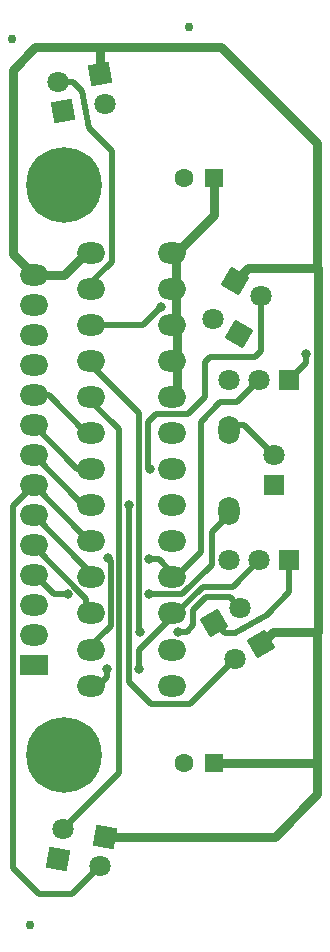
<source format=gbr>
G04 #@! TF.GenerationSoftware,KiCad,Pcbnew,9.0.1*
G04 #@! TF.CreationDate,2025-07-21T13:33:18+02:00*
G04 #@! TF.ProjectId,ukmarsbot-wall-sensor-advanced,756b6d61-7273-4626-9f74-2d77616c6c2d,rev?*
G04 #@! TF.SameCoordinates,Original*
G04 #@! TF.FileFunction,Copper,L1,Top*
G04 #@! TF.FilePolarity,Positive*
%FSLAX46Y46*%
G04 Gerber Fmt 4.6, Leading zero omitted, Abs format (unit mm)*
G04 Created by KiCad (PCBNEW 9.0.1) date 2025-07-21 13:33:18*
%MOMM*%
%LPD*%
G01*
G04 APERTURE LIST*
G04 Aperture macros list*
%AMRotRect*
0 Rectangle, with rotation*
0 The origin of the aperture is its center*
0 $1 length*
0 $2 width*
0 $3 Rotation angle, in degrees counterclockwise*
0 Add horizontal line*
21,1,$1,$2,0,0,$3*%
G04 Aperture macros list end*
G04 #@! TA.AperFunction,SMDPad,CuDef*
%ADD10C,0.750000*%
G04 #@! TD*
G04 #@! TA.AperFunction,ComponentPad*
%ADD11C,6.400000*%
G04 #@! TD*
G04 #@! TA.AperFunction,ComponentPad*
%ADD12RotRect,1.800000X1.800000X150.000000*%
G04 #@! TD*
G04 #@! TA.AperFunction,ComponentPad*
%ADD13C,1.800000*%
G04 #@! TD*
G04 #@! TA.AperFunction,ComponentPad*
%ADD14RotRect,1.800000X1.800000X100.000000*%
G04 #@! TD*
G04 #@! TA.AperFunction,ComponentPad*
%ADD15R,1.800000X1.800000*%
G04 #@! TD*
G04 #@! TA.AperFunction,ComponentPad*
%ADD16O,2.400000X1.800000*%
G04 #@! TD*
G04 #@! TA.AperFunction,ComponentPad*
%ADD17R,1.600000X1.600000*%
G04 #@! TD*
G04 #@! TA.AperFunction,ComponentPad*
%ADD18C,1.600000*%
G04 #@! TD*
G04 #@! TA.AperFunction,ComponentPad*
%ADD19RotRect,1.800000X1.800000X30.000000*%
G04 #@! TD*
G04 #@! TA.AperFunction,ComponentPad*
%ADD20RotRect,1.800000X1.800000X80.000000*%
G04 #@! TD*
G04 #@! TA.AperFunction,ComponentPad*
%ADD21O,1.800000X2.400000*%
G04 #@! TD*
G04 #@! TA.AperFunction,ComponentPad*
%ADD22RotRect,1.800000X1.800000X260.000000*%
G04 #@! TD*
G04 #@! TA.AperFunction,ComponentPad*
%ADD23RotRect,1.800000X1.800000X330.000000*%
G04 #@! TD*
G04 #@! TA.AperFunction,ComponentPad*
%ADD24RotRect,1.800000X1.800000X280.000000*%
G04 #@! TD*
G04 #@! TA.AperFunction,ComponentPad*
%ADD25RotRect,1.800000X1.800000X210.000000*%
G04 #@! TD*
G04 #@! TA.AperFunction,ComponentPad*
%ADD26R,2.400000X1.800000*%
G04 #@! TD*
G04 #@! TA.AperFunction,ViaPad*
%ADD27C,0.800000*%
G04 #@! TD*
G04 #@! TA.AperFunction,Conductor*
%ADD28C,0.500000*%
G04 #@! TD*
G04 #@! TA.AperFunction,Conductor*
%ADD29C,0.800000*%
G04 #@! TD*
%ADD30C,0.350000*%
G04 APERTURE END LIST*
D10*
G04 #@! TO.P,FID3,*
G04 #@! TO.N,*
X155000000Y-67500000D03*
G04 #@! TD*
G04 #@! TO.P,FID2,*
G04 #@! TO.N,*
X140000000Y-68500000D03*
G04 #@! TD*
G04 #@! TO.P,FID1,*
G04 #@! TO.N,*
X141500000Y-143500000D03*
G04 #@! TD*
D11*
G04 #@! TO.P,H2,1,1*
G04 #@! TO.N,GND*
X144370000Y-129130000D03*
G04 #@! TD*
D12*
G04 #@! TO.P,D2,1,K*
G04 #@! TO.N,/DIA_COMMON*
X159200000Y-93500000D03*
D13*
G04 #@! TO.P,D2,2,A*
G04 #@! TO.N,Net-(D2-A)*
X157000295Y-92230000D03*
G04 #@! TD*
D14*
G04 #@! TO.P,D1,1,K*
G04 #@! TO.N,/FWD_COMMON*
X144277127Y-74600000D03*
D13*
G04 #@! TO.P,D1,2,A*
G04 #@! TO.N,Net-(D1-A)*
X143836061Y-72098588D03*
G04 #@! TD*
D15*
G04 #@! TO.P,D5,1,K*
G04 #@! TO.N,GND*
X162150000Y-106275000D03*
D13*
G04 #@! TO.P,D5,2,A*
G04 #@! TO.N,Net-(D5-A)*
X162150000Y-103735000D03*
G04 #@! TD*
D16*
G04 #@! TO.P,R2,1*
G04 #@! TO.N,Net-(D2-A)*
X146675000Y-92681000D03*
G04 #@! TO.P,R2,2*
G04 #@! TO.N,V_LED*
X153495000Y-92681000D03*
G04 #@! TD*
D15*
G04 #@! TO.P,Q6,1,C*
G04 #@! TO.N,/DIA_COMMON*
X163420000Y-112620000D03*
D13*
G04 #@! TO.P,Q6,2,B*
G04 #@! TO.N,Net-(Q6-B)*
X160880000Y-112620000D03*
G04 #@! TO.P,Q6,3,E*
G04 #@! TO.N,GND*
X158340000Y-112620000D03*
G04 #@! TD*
D17*
G04 #@! TO.P,C1,1*
G04 #@! TO.N,V_LED*
X157070000Y-80235000D03*
D18*
G04 #@! TO.P,C1,2*
G04 #@! TO.N,GND*
X154570000Y-80235000D03*
G04 #@! TD*
D19*
G04 #@! TO.P,D3,1,K*
G04 #@! TO.N,/DIA_COMMON*
X157100000Y-117900000D03*
D13*
G04 #@! TO.P,D3,2,A*
G04 #@! TO.N,Net-(D3-A)*
X159299705Y-116630000D03*
G04 #@! TD*
D16*
G04 #@! TO.P,R1,1*
G04 #@! TO.N,Net-(D1-A)*
X146675000Y-89633000D03*
G04 #@! TO.P,R1,2*
G04 #@! TO.N,V_LED*
X153495000Y-89633000D03*
G04 #@! TD*
D20*
G04 #@! TO.P,D4,1,K*
G04 #@! TO.N,/FWD_COMMON*
X143834325Y-137900000D03*
D13*
G04 #@! TO.P,D4,2,A*
G04 #@! TO.N,Net-(D4-A)*
X144275391Y-135398588D03*
G04 #@! TD*
D16*
G04 #@! TO.P,R3,1*
G04 #@! TO.N,Net-(D3-A)*
X146685000Y-95729000D03*
G04 #@! TO.P,R3,2*
G04 #@! TO.N,V_LED*
X153505000Y-95729000D03*
G04 #@! TD*
G04 #@! TO.P,R7,1*
G04 #@! TO.N,A1_RD*
X146675000Y-107921000D03*
G04 #@! TO.P,R7,2*
G04 #@! TO.N,GND*
X153495000Y-107921000D03*
G04 #@! TD*
G04 #@! TO.P,R5,1*
G04 #@! TO.N,A3_LF*
X146675000Y-101825000D03*
G04 #@! TO.P,R5,2*
G04 #@! TO.N,GND*
X153495000Y-101825000D03*
G04 #@! TD*
G04 #@! TO.P,R8,1*
G04 #@! TO.N,A0_RF*
X146675000Y-110969000D03*
G04 #@! TO.P,R8,2*
G04 #@! TO.N,GND*
X153495000Y-110969000D03*
G04 #@! TD*
G04 #@! TO.P,R10,1*
G04 #@! TO.N,Net-(Q6-B)*
X146675000Y-123288000D03*
G04 #@! TO.P,R10,2*
G04 #@! TO.N,GND*
X153495000Y-123288000D03*
G04 #@! TD*
G04 #@! TO.P,R6,1*
G04 #@! TO.N,A2_LD*
X146675000Y-104873000D03*
G04 #@! TO.P,R6,2*
G04 #@! TO.N,GND*
X153495000Y-104873000D03*
G04 #@! TD*
D15*
G04 #@! TO.P,Q5,1,C*
G04 #@! TO.N,/FWD_COMMON*
X163420000Y-97380000D03*
D13*
G04 #@! TO.P,Q5,2,B*
G04 #@! TO.N,Net-(Q5-B)*
X160880000Y-97380000D03*
G04 #@! TO.P,Q5,3,E*
G04 #@! TO.N,GND*
X158340000Y-97380000D03*
G04 #@! TD*
D11*
G04 #@! TO.P,H1,1,1*
G04 #@! TO.N,GND*
X144370000Y-80870000D03*
G04 #@! TD*
D16*
G04 #@! TO.P,R11,1*
G04 #@! TO.N,V_LED*
X153485000Y-86585000D03*
G04 #@! TO.P,R11,2*
G04 #@! TO.N,5V*
X146665000Y-86585000D03*
G04 #@! TD*
G04 #@! TO.P,R4,1*
G04 #@! TO.N,Net-(D4-A)*
X146675000Y-98777000D03*
G04 #@! TO.P,R4,2*
G04 #@! TO.N,V_LED*
X153495000Y-98777000D03*
G04 #@! TD*
D21*
G04 #@! TO.P,R12,1*
G04 #@! TO.N,Net-(D5-A)*
X158340000Y-101600000D03*
G04 #@! TO.P,R12,2*
G04 #@! TO.N,D6_LED*
X158340000Y-108420000D03*
G04 #@! TD*
D16*
G04 #@! TO.P,R9,1*
G04 #@! TO.N,Net-(Q5-B)*
X146675000Y-120240000D03*
G04 #@! TO.P,R9,2*
G04 #@! TO.N,GND*
X153495000Y-120240000D03*
G04 #@! TD*
G04 #@! TO.P,R13,1*
G04 #@! TO.N,D11_FRONT*
X146675000Y-114017000D03*
G04 #@! TO.P,R13,2*
G04 #@! TO.N,Net-(Q5-B)*
X153495000Y-114017000D03*
G04 #@! TD*
G04 #@! TO.P,R14,1*
G04 #@! TO.N,D12_DIAGONAL*
X146675000Y-117065000D03*
G04 #@! TO.P,R14,2*
G04 #@! TO.N,Net-(Q6-B)*
X153495000Y-117065000D03*
G04 #@! TD*
D17*
G04 #@! TO.P,C2,1*
G04 #@! TO.N,5V*
X157070000Y-129765000D03*
D18*
G04 #@! TO.P,C2,2*
G04 #@! TO.N,GND*
X154570000Y-129765000D03*
G04 #@! TD*
D22*
G04 #@! TO.P,Q4,1,C*
G04 #@! TO.N,5V*
X147825391Y-136026588D03*
D13*
G04 #@! TO.P,Q4,2,E*
G04 #@! TO.N,A0_RF*
X147384325Y-138528000D03*
G04 #@! TD*
D23*
G04 #@! TO.P,Q2,1,C*
G04 #@! TO.N,5V*
X158848000Y-88998000D03*
D13*
G04 #@! TO.P,Q2,2,E*
G04 #@! TO.N,A2_LD*
X161047705Y-90268000D03*
G04 #@! TD*
D24*
G04 #@! TO.P,Q1,1,C*
G04 #@! TO.N,5V*
X147427127Y-71472000D03*
D13*
G04 #@! TO.P,Q1,2,E*
G04 #@! TO.N,A3_LF*
X147868193Y-73973412D03*
G04 #@! TD*
D25*
G04 #@! TO.P,Q3,1,C*
G04 #@! TO.N,5V*
X161047705Y-119732000D03*
D13*
G04 #@! TO.P,Q3,2,E*
G04 #@! TO.N,A1_RD*
X158848000Y-121002000D03*
G04 #@! TD*
D26*
G04 #@! TO.P,J1,1,Pin_1*
G04 #@! TO.N,unconnected-(J1-Pin_1-Pad1)*
X141830000Y-121510000D03*
D16*
G04 #@! TO.P,J1,2,Pin_2*
G04 #@! TO.N,unconnected-(J1-Pin_2-Pad2)*
X141830000Y-118970000D03*
G04 #@! TO.P,J1,3,Pin_3*
G04 #@! TO.N,GND*
X141830000Y-116430000D03*
G04 #@! TO.P,J1,4,Pin_4*
G04 #@! TO.N,D6_LED*
X141830000Y-113890000D03*
G04 #@! TO.P,J1,5,Pin_5*
G04 #@! TO.N,D12_DIAGONAL*
X141830000Y-111350000D03*
G04 #@! TO.P,J1,6,Pin_6*
G04 #@! TO.N,D11_FRONT*
X141830000Y-108810000D03*
G04 #@! TO.P,J1,7,Pin_7*
G04 #@! TO.N,A0_RF*
X141830000Y-106270000D03*
G04 #@! TO.P,J1,8,Pin_8*
G04 #@! TO.N,A1_RD*
X141830000Y-103730000D03*
G04 #@! TO.P,J1,9,Pin_9*
G04 #@! TO.N,A2_LD*
X141830000Y-101190000D03*
G04 #@! TO.P,J1,10,Pin_10*
G04 #@! TO.N,A3_LF*
X141830000Y-98650000D03*
G04 #@! TO.P,J1,11,Pin_11*
G04 #@! TO.N,unconnected-(J1-Pin_11-Pad11)*
X141830000Y-96110000D03*
G04 #@! TO.P,J1,12,Pin_12*
G04 #@! TO.N,unconnected-(J1-Pin_12-Pad12)*
X141830000Y-93570000D03*
G04 #@! TO.P,J1,13,Pin_13*
G04 #@! TO.N,GND*
X141830000Y-91030000D03*
G04 #@! TO.P,J1,14,Pin_14*
G04 #@! TO.N,5V*
X141830000Y-88490000D03*
G04 #@! TD*
D27*
G04 #@! TO.N,/FWD_COMMON*
X164886262Y-95184886D03*
G04 #@! TO.N,Net-(D2-A)*
X152625000Y-91157000D03*
G04 #@! TO.N,Net-(D3-A)*
X150800000Y-118700000D03*
X154000000Y-118700000D03*
G04 #@! TO.N,A2_LD*
X151649500Y-104873000D03*
G04 #@! TO.N,A1_RD*
X149900000Y-107950000D03*
G04 #@! TO.N,D6_LED*
X144700000Y-115500000D03*
X151600000Y-115500000D03*
G04 #@! TO.N,Net-(Q5-B)*
X151600000Y-112500000D03*
X148100000Y-112450000D03*
G04 #@! TO.N,Net-(Q6-B)*
X150750000Y-121819010D03*
X148050500Y-121802626D03*
G04 #@! TD*
D28*
G04 #@! TO.N,/FWD_COMMON*
X164886262Y-95913738D02*
X163420000Y-97380000D01*
X164886262Y-95184886D02*
X164886262Y-95913738D01*
G04 #@! TO.N,Net-(D1-A)*
X148434000Y-87347000D02*
X146275000Y-89506000D01*
X146529000Y-76044000D02*
X148434000Y-77949000D01*
X145894000Y-72869000D02*
X146529000Y-76044000D01*
X148434000Y-77949000D02*
X148434000Y-87347000D01*
X143836061Y-72098588D02*
X145123588Y-72098588D01*
X145123588Y-72098588D02*
X145894000Y-72869000D01*
G04 #@! TO.N,Net-(D2-A)*
X146275000Y-92681000D02*
X151101000Y-92681000D01*
X151101000Y-92681000D02*
X152625000Y-91157000D01*
G04 #@! TO.N,Net-(D3-A)*
X154000000Y-118700000D02*
X154775000Y-118700000D01*
X155325000Y-116800000D02*
X156395000Y-115730000D01*
X156395000Y-115730000D02*
X158399705Y-115730000D01*
X155325000Y-118150000D02*
X155325000Y-116800000D01*
X150750000Y-118650000D02*
X150750000Y-100194000D01*
X150750000Y-100194000D02*
X146285000Y-95729000D01*
X154775000Y-118700000D02*
X155325000Y-118150000D01*
X158399705Y-115730000D02*
X159299705Y-116630000D01*
X150800000Y-118700000D02*
X150750000Y-118650000D01*
G04 #@! TO.N,Net-(D4-A)*
X149025000Y-130648979D02*
X144275391Y-135398588D01*
X149025000Y-101527000D02*
X149025000Y-130648979D01*
X146275000Y-98777000D02*
X149025000Y-101527000D01*
G04 #@! TO.N,Net-(D5-A)*
X158340000Y-101200000D02*
X159615000Y-101200000D01*
X159615000Y-101200000D02*
X162150000Y-103735000D01*
D29*
G04 #@! TO.N,V_LED*
X153905000Y-95729000D02*
X153905000Y-98767000D01*
X153895000Y-89760000D02*
X153895000Y-92798000D01*
X157070000Y-80235000D02*
X157070000Y-83400000D01*
X157070000Y-83400000D02*
X153885000Y-86585000D01*
X153895000Y-86585000D02*
X153895000Y-89760000D01*
X153905000Y-92808000D02*
X153905000Y-95846000D01*
D28*
G04 #@! TO.N,A3_LF*
X143100000Y-98650000D02*
X146275000Y-101825000D01*
X141830000Y-98650000D02*
X143100000Y-98650000D01*
G04 #@! TO.N,A2_LD*
X141830000Y-101190000D02*
X145513000Y-104873000D01*
X151499501Y-100918499D02*
X151499501Y-104723001D01*
X156764000Y-95400000D02*
X156307000Y-95857000D01*
X161047705Y-94902295D02*
X160550000Y-95400000D01*
X151499501Y-104723001D02*
X151649500Y-104873000D01*
X161047705Y-90268000D02*
X161047705Y-94902295D01*
X152159000Y-100259000D02*
X151499501Y-100918499D01*
X156307000Y-98793000D02*
X154841000Y-100259000D01*
X160550000Y-95400000D02*
X156764000Y-95400000D01*
X145513000Y-104873000D02*
X146275000Y-104873000D01*
X154841000Y-100259000D02*
X152159000Y-100259000D01*
X156307000Y-95857000D02*
X156307000Y-98793000D01*
G04 #@! TO.N,A1_RD*
X155050000Y-124800000D02*
X158848000Y-121002000D01*
X149900000Y-107950000D02*
X149900000Y-122950000D01*
X149900000Y-122950000D02*
X151750000Y-124800000D01*
X141830000Y-103730000D02*
X146021000Y-107921000D01*
X151750000Y-124800000D02*
X155050000Y-124800000D01*
G04 #@! TO.N,A0_RF*
X141830000Y-106270000D02*
X140100000Y-108000000D01*
X145012325Y-140900000D02*
X147384325Y-138528000D01*
X140100000Y-108000000D02*
X140100000Y-138700000D01*
X140100000Y-138700000D02*
X142300000Y-140900000D01*
X142300000Y-140900000D02*
X145012325Y-140900000D01*
X141830000Y-106270000D02*
X146275000Y-110715000D01*
G04 #@! TO.N,D6_LED*
X156900000Y-113000000D02*
X156900000Y-110260000D01*
X151600000Y-115500000D02*
X154400000Y-115500000D01*
X141898624Y-113890000D02*
X143508624Y-115500000D01*
X154400000Y-115500000D02*
X156900000Y-113000000D01*
X143508624Y-115500000D02*
X144700000Y-115500000D01*
X156900000Y-110260000D02*
X158340000Y-108820000D01*
G04 #@! TO.N,D11_FRONT*
X146275000Y-113255000D02*
X146275000Y-114017000D01*
X141830000Y-108810000D02*
X146275000Y-113255000D01*
G04 #@! TO.N,D12_DIAGONAL*
X141830000Y-111428625D02*
X146275000Y-115873625D01*
X146275000Y-115873625D02*
X146275000Y-117065000D01*
D29*
G04 #@! TO.N,5V*
X162238412Y-136026588D02*
X165833000Y-132432000D01*
X162063705Y-118716000D02*
X165833000Y-118716000D01*
X165833000Y-87855000D02*
X165833000Y-77314000D01*
X165885762Y-118663238D02*
X165885762Y-87907762D01*
X141830000Y-88490000D02*
X144360000Y-88490000D01*
X157705000Y-69186000D02*
X147545000Y-69186000D01*
X158848000Y-88998000D02*
X159991000Y-87855000D01*
X147427127Y-71472000D02*
X147427127Y-69303873D01*
X141957000Y-69186000D02*
X140052000Y-71091000D01*
X161047705Y-119732000D02*
X162063705Y-118716000D01*
X165833000Y-129638000D02*
X165833000Y-118716000D01*
X165833000Y-118716000D02*
X165885762Y-118663238D01*
X159991000Y-87855000D02*
X165833000Y-87855000D01*
X147825391Y-136026588D02*
X162238412Y-136026588D01*
X147545000Y-69186000D02*
X141957000Y-69186000D01*
X157070000Y-129765000D02*
X165706000Y-129765000D01*
X165706000Y-129765000D02*
X165833000Y-129638000D01*
X165833000Y-132432000D02*
X165833000Y-129638000D01*
X140052000Y-71091000D02*
X140052000Y-86712000D01*
X165833000Y-77314000D02*
X157705000Y-69186000D01*
X140052000Y-86712000D02*
X141830000Y-88490000D01*
X165885762Y-87907762D02*
X165833000Y-87855000D01*
X147427127Y-69303873D02*
X147545000Y-69186000D01*
X144360000Y-88490000D02*
X146265000Y-86585000D01*
D28*
G04 #@! TO.N,Net-(Q5-B)*
X157600000Y-99250000D02*
X155950000Y-100900000D01*
X148325000Y-118190000D02*
X146275000Y-120240000D01*
X159010000Y-99250000D02*
X157600000Y-99250000D01*
X148100000Y-112450000D02*
X148325000Y-112675000D01*
X160880000Y-97380000D02*
X159010000Y-99250000D01*
X155950000Y-100900000D02*
X155950000Y-111962000D01*
X151600000Y-112500000D02*
X152378000Y-112500000D01*
X152378000Y-112500000D02*
X153895000Y-114017000D01*
X148325000Y-112675000D02*
X148325000Y-118190000D01*
X155950000Y-111962000D02*
X153895000Y-114017000D01*
G04 #@! TO.N,/DIA_COMMON*
X163420000Y-115355000D02*
X163420000Y-112620000D01*
X161525000Y-117250000D02*
X163420000Y-115355000D01*
X158825000Y-118775000D02*
X161525000Y-117250000D01*
X157100000Y-117900000D02*
X157975000Y-118775000D01*
X157975000Y-118775000D02*
X158825000Y-118775000D01*
G04 #@! TO.N,Net-(Q6-B)*
X148050500Y-122527126D02*
X148050500Y-121802626D01*
X150750000Y-120210000D02*
X153895000Y-117065000D01*
X160880000Y-112620000D02*
X158650000Y-114850000D01*
X147289626Y-123288000D02*
X148050500Y-122527126D01*
X158650000Y-114850000D02*
X156110000Y-114850000D01*
X156110000Y-114850000D02*
X153895000Y-117065000D01*
X150750000Y-121819010D02*
X150750000Y-120210000D01*
G04 #@! TD*
D30*
X164886262Y-95184886D03*
X152625000Y-91157000D03*
X150800000Y-118700000D03*
X154000000Y-118700000D03*
X151649500Y-104873000D03*
X149900000Y-107950000D03*
X144700000Y-115500000D03*
X151600000Y-115500000D03*
X151600000Y-112500000D03*
X148100000Y-112450000D03*
X150750000Y-121819010D03*
X148050500Y-121802626D03*
X144370000Y-129130000D03*
X159200000Y-93500000D03*
X157000295Y-92230000D03*
X144277127Y-74600000D03*
X143836061Y-72098588D03*
X162150000Y-106275000D03*
X162150000Y-103735000D03*
X146275000Y-92681000D03*
X153895000Y-92681000D03*
X163420000Y-112620000D03*
X160880000Y-112620000D03*
X158340000Y-112620000D03*
X157070000Y-80235000D03*
X154570000Y-80235000D03*
X157100000Y-117900000D03*
X159299705Y-116630000D03*
X146275000Y-89633000D03*
X153895000Y-89633000D03*
X143834325Y-137900000D03*
X144275391Y-135398588D03*
X146285000Y-95729000D03*
X153905000Y-95729000D03*
X146275000Y-107921000D03*
X153895000Y-107921000D03*
X146275000Y-101825000D03*
X153895000Y-101825000D03*
X146275000Y-110969000D03*
X153895000Y-110969000D03*
X146275000Y-123288000D03*
X153895000Y-123288000D03*
X146275000Y-104873000D03*
X153895000Y-104873000D03*
X163420000Y-97380000D03*
X160880000Y-97380000D03*
X158340000Y-97380000D03*
X144370000Y-80870000D03*
X153885000Y-86585000D03*
X146265000Y-86585000D03*
X146275000Y-98777000D03*
X153895000Y-98777000D03*
X158340000Y-101200000D03*
X158340000Y-108820000D03*
X146275000Y-120240000D03*
X153895000Y-120240000D03*
X146275000Y-114017000D03*
X153895000Y-114017000D03*
X146275000Y-117065000D03*
X153895000Y-117065000D03*
X157070000Y-129765000D03*
X154570000Y-129765000D03*
X147825391Y-136026588D03*
X147384325Y-138528000D03*
X158848000Y-88998000D03*
X161047705Y-90268000D03*
X147427127Y-71472000D03*
X147868193Y-73973412D03*
X161047705Y-119732000D03*
X158848000Y-121002000D03*
X141830000Y-121510000D03*
X141830000Y-118970000D03*
X141830000Y-116430000D03*
X141830000Y-113890000D03*
X141830000Y-111350000D03*
X141830000Y-108810000D03*
X141830000Y-106270000D03*
X141830000Y-103730000D03*
X141830000Y-101190000D03*
X141830000Y-98650000D03*
X141830000Y-96110000D03*
X141830000Y-93570000D03*
X141830000Y-91030000D03*
X141830000Y-88490000D03*
M02*

</source>
